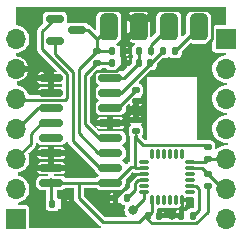
<source format=gbr>
%TF.GenerationSoftware,KiCad,Pcbnew,7.0.10*%
%TF.CreationDate,2024-01-21T16:50:34+01:00*%
%TF.ProjectId,powermeter,706f7765-726d-4657-9465-722e6b696361,rev?*%
%TF.SameCoordinates,Original*%
%TF.FileFunction,Copper,L1,Top*%
%TF.FilePolarity,Positive*%
%FSLAX46Y46*%
G04 Gerber Fmt 4.6, Leading zero omitted, Abs format (unit mm)*
G04 Created by KiCad (PCBNEW 7.0.10) date 2024-01-21 16:50:34*
%MOMM*%
%LPD*%
G01*
G04 APERTURE LIST*
G04 Aperture macros list*
%AMRoundRect*
0 Rectangle with rounded corners*
0 $1 Rounding radius*
0 $2 $3 $4 $5 $6 $7 $8 $9 X,Y pos of 4 corners*
0 Add a 4 corners polygon primitive as box body*
4,1,4,$2,$3,$4,$5,$6,$7,$8,$9,$2,$3,0*
0 Add four circle primitives for the rounded corners*
1,1,$1+$1,$2,$3*
1,1,$1+$1,$4,$5*
1,1,$1+$1,$6,$7*
1,1,$1+$1,$8,$9*
0 Add four rect primitives between the rounded corners*
20,1,$1+$1,$2,$3,$4,$5,0*
20,1,$1+$1,$4,$5,$6,$7,0*
20,1,$1+$1,$6,$7,$8,$9,0*
20,1,$1+$1,$8,$9,$2,$3,0*%
G04 Aperture macros list end*
%TA.AperFunction,SMDPad,CuDef*%
%ADD10RoundRect,0.135000X-0.185000X0.135000X-0.185000X-0.135000X0.185000X-0.135000X0.185000X0.135000X0*%
%TD*%
%TA.AperFunction,SMDPad,CuDef*%
%ADD11RoundRect,0.135000X-0.135000X-0.185000X0.135000X-0.185000X0.135000X0.185000X-0.135000X0.185000X0*%
%TD*%
%TA.AperFunction,SMDPad,CuDef*%
%ADD12RoundRect,0.140000X-0.140000X-0.170000X0.140000X-0.170000X0.140000X0.170000X-0.140000X0.170000X0*%
%TD*%
%TA.AperFunction,SMDPad,CuDef*%
%ADD13RoundRect,0.140000X0.140000X0.170000X-0.140000X0.170000X-0.140000X-0.170000X0.140000X-0.170000X0*%
%TD*%
%TA.AperFunction,SMDPad,CuDef*%
%ADD14RoundRect,0.150000X-0.587500X-0.150000X0.587500X-0.150000X0.587500X0.150000X-0.587500X0.150000X0*%
%TD*%
%TA.AperFunction,ComponentPad*%
%ADD15R,1.700000X1.700000*%
%TD*%
%TA.AperFunction,ComponentPad*%
%ADD16O,1.700000X1.700000*%
%TD*%
%TA.AperFunction,SMDPad,CuDef*%
%ADD17RoundRect,0.140000X0.170000X-0.140000X0.170000X0.140000X-0.170000X0.140000X-0.170000X-0.140000X0*%
%TD*%
%TA.AperFunction,SMDPad,CuDef*%
%ADD18RoundRect,0.381000X0.381000X-0.762000X0.381000X0.762000X-0.381000X0.762000X-0.381000X-0.762000X0*%
%TD*%
%TA.AperFunction,SMDPad,CuDef*%
%ADD19RoundRect,0.140000X-0.170000X0.140000X-0.170000X-0.140000X0.170000X-0.140000X0.170000X0.140000X0*%
%TD*%
%TA.AperFunction,SMDPad,CuDef*%
%ADD20RoundRect,0.135000X0.185000X-0.135000X0.185000X0.135000X-0.185000X0.135000X-0.185000X-0.135000X0*%
%TD*%
%TA.AperFunction,SMDPad,CuDef*%
%ADD21RoundRect,0.150000X0.850000X0.150000X-0.850000X0.150000X-0.850000X-0.150000X0.850000X-0.150000X0*%
%TD*%
%TA.AperFunction,SMDPad,CuDef*%
%ADD22RoundRect,0.075000X-0.075000X0.350000X-0.075000X-0.350000X0.075000X-0.350000X0.075000X0.350000X0*%
%TD*%
%TA.AperFunction,SMDPad,CuDef*%
%ADD23RoundRect,0.075000X-0.350000X-0.075000X0.350000X-0.075000X0.350000X0.075000X-0.350000X0.075000X0*%
%TD*%
%TA.AperFunction,ViaPad*%
%ADD24C,0.800000*%
%TD*%
%TA.AperFunction,Conductor*%
%ADD25C,0.250000*%
%TD*%
G04 APERTURE END LIST*
D10*
%TO.P,R2,1*%
%TO.N,Net-(J1-Pin_1)*%
X58674000Y-44704000D03*
%TO.P,R2,2*%
%TO.N,Net-(U2-VFB)*%
X58674000Y-45724000D03*
%TD*%
D11*
%TO.P,R3,1*%
%TO.N,Net-(U2-VFB)*%
X59942000Y-45720000D03*
%TO.P,R3,2*%
%TO.N,GND*%
X60962000Y-45720000D03*
%TD*%
D12*
%TO.P,C8,1*%
%TO.N,+3.3V*%
X63020000Y-58674000D03*
%TO.P,C8,2*%
%TO.N,GND*%
X63980000Y-58674000D03*
%TD*%
D13*
%TO.P,C5,1*%
%TO.N,Net-(U3-CPOUT)*%
X66802000Y-58646000D03*
%TO.P,C5,2*%
%TO.N,GND*%
X65842000Y-58646000D03*
%TD*%
D14*
%TO.P,Q1,1,E*%
%TO.N,+3.3V*%
X55118000Y-41976000D03*
%TO.P,Q1,2,B*%
%TO.N,Net-(Q1-B)*%
X55118000Y-43876000D03*
%TO.P,Q1,3,C*%
%TO.N,Net-(J1-Pin_1)*%
X56993000Y-42926000D03*
%TD*%
D12*
%TO.P,C4,1*%
%TO.N,Net-(J1-Pin_1)*%
X59944000Y-44704000D03*
%TO.P,C4,2*%
%TO.N,GND*%
X60904000Y-44704000D03*
%TD*%
D10*
%TO.P,R4,1*%
%TO.N,+3.3V*%
X68072000Y-52832000D03*
%TO.P,R4,2*%
%TO.N,/SDA*%
X68072000Y-53852000D03*
%TD*%
D15*
%TO.P,J3,1,Pin_1*%
%TO.N,Net-(J3-Pin_1)*%
X51816000Y-58928000D03*
D16*
%TO.P,J3,2,Pin_2*%
%TO.N,Net-(J3-Pin_2)*%
X51816000Y-56388000D03*
%TO.P,J3,3,Pin_3*%
%TO.N,/HX_DATA*%
X51816000Y-53848000D03*
%TO.P,J3,4,Pin_4*%
%TO.N,/HX_CLK*%
X51816000Y-51308000D03*
%TO.P,J3,5,Pin_5*%
%TO.N,+3.3V*%
X51816000Y-48768000D03*
%TO.P,J3,6,Pin_6*%
%TO.N,GND*%
X51816000Y-46228000D03*
%TO.P,J3,7,Pin_7*%
%TO.N,/5V*%
X51816000Y-43688000D03*
%TD*%
D11*
%TO.P,R1,1*%
%TO.N,Net-(U2-INA+)*%
X62230000Y-44704000D03*
%TO.P,R1,2*%
%TO.N,Net-(J1-Pin_3)*%
X63250000Y-44704000D03*
%TD*%
D17*
%TO.P,C7,1*%
%TO.N,+3.3V*%
X61976000Y-51521000D03*
%TO.P,C7,2*%
%TO.N,GND*%
X61976000Y-50561000D03*
%TD*%
D18*
%TO.P,J1,1,Pin_1*%
%TO.N,Net-(J1-Pin_1)*%
X59690000Y-42672000D03*
%TO.P,J1,2,Pin_2*%
%TO.N,GND*%
X62230000Y-42672000D03*
%TO.P,J1,3,Pin_3*%
%TO.N,Net-(J1-Pin_3)*%
X64770000Y-42672000D03*
%TO.P,J1,4,Pin_4*%
%TO.N,Net-(J1-Pin_4)*%
X67310000Y-42672000D03*
%TD*%
D12*
%TO.P,C3,1*%
%TO.N,+3.3V*%
X54920000Y-57658000D03*
%TO.P,C3,2*%
%TO.N,GND*%
X55880000Y-57658000D03*
%TD*%
D19*
%TO.P,C2,1*%
%TO.N,Net-(U2-VBG)*%
X61976000Y-48006000D03*
%TO.P,C2,2*%
%TO.N,GND*%
X61976000Y-48966000D03*
%TD*%
D20*
%TO.P,R5,1*%
%TO.N,+3.3V*%
X68072000Y-56134000D03*
%TO.P,R5,2*%
%TO.N,/SCL*%
X68072000Y-55114000D03*
%TD*%
D21*
%TO.P,U2,1,VSUP*%
%TO.N,+3.3V*%
X59827000Y-55880000D03*
%TO.P,U2,2,BASE*%
%TO.N,Net-(Q1-B)*%
X59827000Y-54610000D03*
%TO.P,U2,3,AVDD*%
%TO.N,Net-(J1-Pin_1)*%
X59827000Y-53340000D03*
%TO.P,U2,4,VFB*%
%TO.N,Net-(U2-VFB)*%
X59827000Y-52070000D03*
%TO.P,U2,5,AGND*%
%TO.N,GND*%
X59827000Y-50800000D03*
%TO.P,U2,6,VBG*%
%TO.N,Net-(U2-VBG)*%
X59827000Y-49530000D03*
%TO.P,U2,7,INA-*%
%TO.N,Net-(U2-INA-)*%
X59827000Y-48260000D03*
%TO.P,U2,8,INA+*%
%TO.N,Net-(U2-INA+)*%
X59827000Y-46990000D03*
%TO.P,U2,9,INB-*%
%TO.N,GND*%
X54827000Y-46990000D03*
%TO.P,U2,10,INB+*%
X54827000Y-48260000D03*
%TO.P,U2,11,PD_SCK*%
%TO.N,/HX_CLK*%
X54827000Y-49530000D03*
%TO.P,U2,12,DOUT*%
%TO.N,/HX_DATA*%
X54827000Y-50800000D03*
%TO.P,U2,13,XO*%
%TO.N,unconnected-(U2-XO-Pad13)*%
X54827000Y-52070000D03*
%TO.P,U2,14,XI*%
%TO.N,GND*%
X54827000Y-53340000D03*
%TO.P,U2,15,RATE*%
X54827000Y-54610000D03*
%TO.P,U2,16,DVDD*%
%TO.N,+3.3V*%
X54827000Y-55880000D03*
%TD*%
D11*
%TO.P,R6,1*%
%TO.N,Net-(U2-INA-)*%
X64262000Y-44704000D03*
%TO.P,R6,2*%
%TO.N,Net-(J1-Pin_4)*%
X65282000Y-44704000D03*
%TD*%
D13*
%TO.P,C6,1*%
%TO.N,Net-(U3-REGOUT)*%
X61214000Y-57150000D03*
%TO.P,C6,2*%
%TO.N,GND*%
X60254000Y-57150000D03*
%TD*%
D22*
%TO.P,U3,1,CLKIN*%
%TO.N,unconnected-(U3-CLKIN-Pad1)*%
X65848000Y-53410000D03*
%TO.P,U3,2,NC*%
%TO.N,unconnected-(U3-NC-Pad2)*%
X65348000Y-53410000D03*
%TO.P,U3,3,NC*%
%TO.N,unconnected-(U3-NC-Pad3)*%
X64848000Y-53410000D03*
%TO.P,U3,4,NC*%
%TO.N,unconnected-(U3-NC-Pad4)*%
X64348000Y-53410000D03*
%TO.P,U3,5,NC*%
%TO.N,unconnected-(U3-NC-Pad5)*%
X63848000Y-53410000D03*
%TO.P,U3,6,AUX_DA*%
%TO.N,unconnected-(U3-AUX_DA-Pad6)*%
X63348000Y-53410000D03*
D23*
%TO.P,U3,7,AUX_CL*%
%TO.N,unconnected-(U3-AUX_CL-Pad7)*%
X62648000Y-54110000D03*
%TO.P,U3,8,VLOGIC*%
%TO.N,+3.3V*%
X62648000Y-54610000D03*
%TO.P,U3,9,AD0*%
%TO.N,GND*%
X62648000Y-55110000D03*
%TO.P,U3,10,REGOUT*%
%TO.N,Net-(U3-REGOUT)*%
X62648000Y-55610000D03*
%TO.P,U3,11,FSYNC*%
%TO.N,unconnected-(U3-FSYNC-Pad11)*%
X62648000Y-56110000D03*
%TO.P,U3,12,INT*%
%TO.N,/MPU_INT*%
X62648000Y-56610000D03*
D22*
%TO.P,U3,13,VDD*%
%TO.N,+3.3V*%
X63348000Y-57310000D03*
%TO.P,U3,14,NC*%
%TO.N,unconnected-(U3-NC-Pad14)*%
X63848000Y-57310000D03*
%TO.P,U3,15,NC*%
%TO.N,unconnected-(U3-NC-Pad15)*%
X64348000Y-57310000D03*
%TO.P,U3,16,NC*%
%TO.N,unconnected-(U3-NC-Pad16)*%
X64848000Y-57310000D03*
%TO.P,U3,17,NC*%
%TO.N,unconnected-(U3-NC-Pad17)*%
X65348000Y-57310000D03*
%TO.P,U3,18,GND*%
%TO.N,GND*%
X65848000Y-57310000D03*
D23*
%TO.P,U3,19,RESV*%
%TO.N,unconnected-(U3-RESV-Pad19)*%
X66548000Y-56610000D03*
%TO.P,U3,20,CPOUT*%
%TO.N,Net-(U3-CPOUT)*%
X66548000Y-56110000D03*
%TO.P,U3,21,RESV*%
%TO.N,unconnected-(U3-RESV-Pad21)*%
X66548000Y-55610000D03*
%TO.P,U3,22,RESV*%
%TO.N,unconnected-(U3-RESV-Pad22)*%
X66548000Y-55110000D03*
%TO.P,U3,23,SCL*%
%TO.N,/SCL*%
X66548000Y-54610000D03*
%TO.P,U3,24,SDA*%
%TO.N,/SDA*%
X66548000Y-54110000D03*
%TD*%
D12*
%TO.P,C1,1*%
%TO.N,Net-(U2-INA+)*%
X62230000Y-45720000D03*
%TO.P,C1,2*%
%TO.N,Net-(U2-INA-)*%
X63190000Y-45720000D03*
%TD*%
D15*
%TO.P,J2,1,Pin_1*%
%TO.N,Net-(J2-Pin_1)*%
X69596000Y-43688000D03*
D16*
%TO.P,J2,2,Pin_2*%
%TO.N,Net-(J2-Pin_2)*%
X69596000Y-46228000D03*
%TO.P,J2,3,Pin_3*%
%TO.N,Net-(J2-Pin_3)*%
X69596000Y-48768000D03*
%TO.P,J2,4,Pin_4*%
%TO.N,Net-(J2-Pin_4)*%
X69596000Y-51308000D03*
%TO.P,J2,5,Pin_5*%
%TO.N,/SDA*%
X69596000Y-53848000D03*
%TO.P,J2,6,Pin_6*%
%TO.N,/SCL*%
X69596000Y-56388000D03*
%TO.P,J2,7,Pin_7*%
%TO.N,/MPU_INT*%
X69596000Y-58928000D03*
%TD*%
D24*
%TO.N,GND*%
X65024000Y-58584500D03*
X56896000Y-54610000D03*
X68834000Y-41910000D03*
X53086000Y-41656000D03*
X54864000Y-46990000D03*
X56642000Y-58420000D03*
X66548000Y-45212000D03*
X61722000Y-49728000D03*
X58674000Y-57150000D03*
%TO.N,+3.3V*%
X54827000Y-55880000D03*
%TO.N,/MPU_INT*%
X61722000Y-58203000D03*
%TD*%
D25*
%TO.N,Net-(U2-INA+)*%
X62230000Y-45720000D02*
X60960000Y-46990000D01*
X60960000Y-46990000D02*
X59827000Y-46990000D01*
X62230000Y-44704000D02*
X62230000Y-45720000D01*
%TO.N,Net-(J1-Pin_4)*%
X65282000Y-44700000D02*
X67310000Y-42672000D01*
X65282000Y-44704000D02*
X65282000Y-44700000D01*
%TO.N,Net-(U2-VBG)*%
X61976000Y-48006000D02*
X61964510Y-48006000D01*
X60440510Y-49530000D02*
X59827000Y-49530000D01*
X61964510Y-48006000D02*
X60440510Y-49530000D01*
%TO.N,GND*%
X63980000Y-58674000D02*
X64934500Y-58674000D01*
X65848000Y-58640000D02*
X65842000Y-58646000D01*
X66911434Y-45212000D02*
X66548000Y-45212000D01*
X58674000Y-57150000D02*
X60254000Y-57150000D01*
X54827000Y-46990000D02*
X54864000Y-46990000D01*
X61722000Y-49728000D02*
X60650000Y-50800000D01*
X60962000Y-45720000D02*
X60962000Y-44762000D01*
X65842000Y-58646000D02*
X65085500Y-58646000D01*
X65085500Y-58646000D02*
X65024000Y-58584500D01*
X53086000Y-41656000D02*
X53086000Y-44958000D01*
X60317000Y-46365000D02*
X58669396Y-46365000D01*
X58420000Y-50546000D02*
X58674000Y-50800000D01*
X61976000Y-49474000D02*
X61722000Y-49728000D01*
X60762000Y-41204000D02*
X67983434Y-41204000D01*
X60650000Y-50800000D02*
X59827000Y-50800000D01*
X56134000Y-53340000D02*
X54827000Y-53340000D01*
X53594000Y-46228000D02*
X54065000Y-46228000D01*
X56896000Y-54102000D02*
X56134000Y-53340000D01*
X60962000Y-45720000D02*
X60317000Y-46365000D01*
X53086000Y-44958000D02*
X53594000Y-45466000D01*
X61722000Y-49728000D02*
X61722000Y-50012000D01*
X68541566Y-41617566D02*
X68834000Y-41910000D01*
X54827000Y-54610000D02*
X56896000Y-54610000D01*
X68397000Y-43726434D02*
X66911434Y-45212000D01*
X61722000Y-50012000D02*
X61976000Y-50266000D01*
X60962000Y-44762000D02*
X60904000Y-44704000D01*
X58669396Y-46365000D02*
X58420000Y-46614396D01*
X51816000Y-46228000D02*
X53594000Y-46228000D01*
X68397000Y-41617566D02*
X68541566Y-41617566D01*
X62018840Y-55110000D02*
X61152000Y-55976840D01*
X53594000Y-45466000D02*
X53594000Y-46228000D01*
X67983434Y-41204000D02*
X68397000Y-41617566D01*
X56642000Y-58420000D02*
X55880000Y-57658000D01*
X54864000Y-46990000D02*
X54827000Y-48260000D01*
X54065000Y-46228000D02*
X54827000Y-46990000D01*
X53538000Y-41204000D02*
X60762000Y-41204000D01*
X58420000Y-46614396D02*
X58420000Y-50546000D01*
X61152000Y-55976840D02*
X61152000Y-56230908D01*
X65848000Y-57310000D02*
X65848000Y-58640000D01*
X56896000Y-54610000D02*
X56896000Y-54102000D01*
X53086000Y-41656000D02*
X53538000Y-41204000D01*
X58674000Y-50800000D02*
X59827000Y-50800000D01*
X64934500Y-58674000D02*
X65024000Y-58584500D01*
X60254000Y-57128908D02*
X60254000Y-57150000D01*
X62648000Y-55110000D02*
X62018840Y-55110000D01*
X60904000Y-44704000D02*
X60904000Y-43998000D01*
X61152000Y-56230908D02*
X60254000Y-57128908D01*
X61976000Y-48966000D02*
X61976000Y-49474000D01*
X60904000Y-43998000D02*
X62230000Y-42672000D01*
X62230000Y-42672000D02*
X60762000Y-41204000D01*
X68397000Y-41617566D02*
X68397000Y-43726434D01*
%TO.N,+3.3V*%
X54838000Y-55891000D02*
X54827000Y-55880000D01*
X59827000Y-55880000D02*
X60232908Y-55880000D01*
X61898000Y-54532000D02*
X61976000Y-54610000D01*
X56192000Y-48710000D02*
X56192000Y-46668396D01*
X62230000Y-59182000D02*
X59182000Y-59182000D01*
X61898000Y-54532000D02*
X61898000Y-51894000D01*
X68072000Y-58347490D02*
X68072000Y-56134000D01*
X62566000Y-52660000D02*
X61976000Y-52070000D01*
X54838000Y-57658000D02*
X54838000Y-55891000D01*
X54055500Y-43038500D02*
X55118000Y-41976000D01*
X63345001Y-59309000D02*
X67110490Y-59309000D01*
X62738000Y-58674000D02*
X62230000Y-59182000D01*
X67110490Y-59309000D02*
X68072000Y-58347490D01*
X51933000Y-48885000D02*
X56017000Y-48885000D01*
X55118000Y-41976000D02*
X55052000Y-41976000D01*
X61976000Y-54610000D02*
X62648000Y-54610000D01*
X59749510Y-55880000D02*
X59827000Y-55880000D01*
X56192000Y-46668396D02*
X54055500Y-44531896D01*
X61152000Y-54960908D02*
X61152000Y-54926000D01*
X57150000Y-57150000D02*
X57150000Y-55880000D01*
X57150000Y-55880000D02*
X54827000Y-55880000D01*
X54055500Y-44531896D02*
X54055500Y-43038500D01*
X63020000Y-58674000D02*
X63020000Y-58983999D01*
X56017000Y-48885000D02*
X56192000Y-48710000D01*
X59182000Y-59182000D02*
X57150000Y-57150000D01*
X63348000Y-58346000D02*
X63020000Y-58674000D01*
X60232908Y-55880000D02*
X61152000Y-54960908D01*
X63020000Y-58674000D02*
X62738000Y-58674000D01*
X67900000Y-52660000D02*
X62566000Y-52660000D01*
X63348000Y-57310000D02*
X63348000Y-58346000D01*
X63020000Y-58983999D02*
X63345001Y-59309000D01*
X61898000Y-51894000D02*
X61976000Y-51816000D01*
X61546000Y-54532000D02*
X61898000Y-54532000D01*
X54827000Y-57367000D02*
X54864000Y-57404000D01*
X51816000Y-48768000D02*
X51933000Y-48885000D01*
X61152000Y-54926000D02*
X61546000Y-54532000D01*
X61976000Y-52070000D02*
X61976000Y-51816000D01*
X59827000Y-55880000D02*
X57150000Y-55880000D01*
X68072000Y-52832000D02*
X67900000Y-52660000D01*
%TO.N,Net-(J1-Pin_1)*%
X58801000Y-53340000D02*
X57150000Y-51689000D01*
X58674000Y-43688000D02*
X59690000Y-42672000D01*
X58674000Y-44704000D02*
X58674000Y-43688000D01*
X58674000Y-44704000D02*
X59944000Y-44704000D01*
X59827000Y-53340000D02*
X58801000Y-53340000D01*
X57150000Y-46228000D02*
X58674000Y-44704000D01*
X57150000Y-51689000D02*
X57150000Y-46228000D01*
X56993000Y-42926000D02*
X57912000Y-42926000D01*
X57912000Y-42926000D02*
X58674000Y-43688000D01*
%TO.N,Net-(U3-CPOUT)*%
X67040764Y-56110000D02*
X66548000Y-56110000D01*
X66802000Y-58646000D02*
X67298000Y-58150000D01*
X67298000Y-56367236D02*
X67040764Y-56110000D01*
X67298000Y-58150000D02*
X67298000Y-56367236D01*
%TO.N,Net-(U3-REGOUT)*%
X61898000Y-55867236D02*
X62155236Y-55610000D01*
X61898000Y-56466000D02*
X61898000Y-55867236D01*
X61214000Y-57150000D02*
X61898000Y-56466000D01*
X62155236Y-55610000D02*
X62648000Y-55610000D01*
%TO.N,Net-(J1-Pin_3)*%
X63246000Y-44196000D02*
X63246000Y-44958000D01*
X64770000Y-42672000D02*
X63246000Y-44196000D01*
%TO.N,Net-(Q1-B)*%
X56642000Y-46482000D02*
X56642000Y-52324000D01*
X55118000Y-43876000D02*
X55118000Y-44958000D01*
X58928000Y-54610000D02*
X59827000Y-54610000D01*
X56642000Y-52324000D02*
X58928000Y-54610000D01*
X55118000Y-44958000D02*
X56642000Y-46482000D01*
%TO.N,Net-(U2-VFB)*%
X58674000Y-45724000D02*
X57658000Y-46740000D01*
X57658000Y-46740000D02*
X57658000Y-50900999D01*
X59938000Y-45724000D02*
X59942000Y-45720000D01*
X57658000Y-50900999D02*
X58827001Y-52070000D01*
X58674000Y-45724000D02*
X59938000Y-45724000D01*
X58827001Y-52070000D02*
X59827000Y-52070000D01*
%TO.N,/SCL*%
X68072000Y-55114000D02*
X69327195Y-56369195D01*
X66548000Y-54610000D02*
X67568000Y-54610000D01*
X69327195Y-56369195D02*
X69327853Y-56394876D01*
X67568000Y-54610000D02*
X68072000Y-55114000D01*
%TO.N,/SDA*%
X69258224Y-53852000D02*
X69262768Y-53856544D01*
X67814000Y-54110000D02*
X68072000Y-53852000D01*
X68072000Y-53852000D02*
X69258224Y-53852000D01*
X66548000Y-54110000D02*
X67814000Y-54110000D01*
%TO.N,/MPU_INT*%
X61722000Y-58203000D02*
X62648000Y-57277000D01*
X62648000Y-57277000D02*
X62648000Y-56610000D01*
%TO.N,/HX_CLK*%
X54827000Y-49530000D02*
X53719000Y-49530000D01*
X53719000Y-49530000D02*
X51941000Y-51308000D01*
%TO.N,/HX_DATA*%
X53086000Y-52578000D02*
X51941000Y-53723000D01*
X53985701Y-50800000D02*
X53086000Y-51699701D01*
X53086000Y-51699701D02*
X53086000Y-52578000D01*
X54827000Y-50800000D02*
X53985701Y-50800000D01*
X51941000Y-53723000D02*
X51941000Y-53848000D01*
%TO.N,Net-(U2-INA-)*%
X63246000Y-45720000D02*
X63190000Y-45720000D01*
X64262000Y-44704000D02*
X63246000Y-45720000D01*
X63190000Y-45776000D02*
X60706000Y-48260000D01*
X63190000Y-45720000D02*
X63190000Y-45776000D01*
X60706000Y-48260000D02*
X59827000Y-48260000D01*
%TD*%
%TA.AperFunction,Conductor*%
%TO.N,GND*%
G36*
X56211807Y-52378647D02*
G01*
X56214391Y-52386906D01*
X56214980Y-52386715D01*
X56225456Y-52418956D01*
X56227745Y-52428492D01*
X56232279Y-52457120D01*
X56232282Y-52457130D01*
X56245441Y-52482955D01*
X56249194Y-52492015D01*
X56255235Y-52510607D01*
X56258151Y-52519581D01*
X56274549Y-52542151D01*
X56275187Y-52543028D01*
X56280312Y-52551392D01*
X56293472Y-52577220D01*
X56317446Y-52601194D01*
X57419135Y-53702883D01*
X58510154Y-54793901D01*
X58528187Y-54832258D01*
X58529353Y-54844697D01*
X58529354Y-54844701D01*
X58574207Y-54972882D01*
X58574207Y-54972883D01*
X58597414Y-55004327D01*
X58654850Y-55082150D01*
X58715926Y-55127226D01*
X58764116Y-55162792D01*
X58764117Y-55162792D01*
X58764118Y-55162793D01*
X58808003Y-55178149D01*
X58830460Y-55186007D01*
X58866128Y-55217882D01*
X58868810Y-55265643D01*
X58836935Y-55301311D01*
X58830460Y-55303993D01*
X58764116Y-55327207D01*
X58654850Y-55407849D01*
X58647532Y-55417766D01*
X58639156Y-55429113D01*
X58598186Y-55453802D01*
X58588870Y-55454500D01*
X57188409Y-55454500D01*
X57178633Y-55453731D01*
X57150000Y-55449196D01*
X57121366Y-55453731D01*
X57111591Y-55454500D01*
X56065130Y-55454500D01*
X56020936Y-55436194D01*
X56014846Y-55429118D01*
X55999150Y-55407850D01*
X55889882Y-55327207D01*
X55761701Y-55282354D01*
X55761696Y-55282353D01*
X55741699Y-55280478D01*
X55731266Y-55279500D01*
X55731262Y-55279500D01*
X55205597Y-55279500D01*
X55176552Y-55272341D01*
X55091763Y-55227840D01*
X55061138Y-55191093D01*
X55065467Y-55143454D01*
X55102214Y-55112829D01*
X55120808Y-55109999D01*
X55710218Y-55109999D01*
X55778246Y-55100088D01*
X55778253Y-55100086D01*
X55883187Y-55048787D01*
X55965787Y-54966187D01*
X56017086Y-54861252D01*
X56017088Y-54861246D01*
X56017270Y-54860000D01*
X53636730Y-54860000D01*
X53636911Y-54861246D01*
X53636913Y-54861252D01*
X53688212Y-54966187D01*
X53770812Y-55048787D01*
X53875750Y-55100087D01*
X53943781Y-55109999D01*
X54533190Y-55109999D01*
X54577384Y-55128305D01*
X54595690Y-55172499D01*
X54577384Y-55216693D01*
X54562236Y-55227840D01*
X54477449Y-55272341D01*
X54448403Y-55279500D01*
X53922734Y-55279500D01*
X53913124Y-55280401D01*
X53892303Y-55282353D01*
X53892298Y-55282354D01*
X53764117Y-55327207D01*
X53764116Y-55327207D01*
X53654850Y-55407850D01*
X53574207Y-55517116D01*
X53574207Y-55517117D01*
X53529354Y-55645298D01*
X53529353Y-55645303D01*
X53526500Y-55675737D01*
X53526500Y-56084262D01*
X53529353Y-56114696D01*
X53529354Y-56114701D01*
X53574207Y-56242882D01*
X53574207Y-56242883D01*
X53589692Y-56263864D01*
X53654850Y-56352150D01*
X53764118Y-56432793D01*
X53892301Y-56477646D01*
X53922734Y-56480500D01*
X54350000Y-56480500D01*
X54394194Y-56498806D01*
X54412500Y-56543000D01*
X54412500Y-57223570D01*
X54400288Y-57260683D01*
X54386148Y-57279841D01*
X54342290Y-57405181D01*
X54342289Y-57405183D01*
X54341898Y-57409357D01*
X54339500Y-57434934D01*
X54339500Y-57881066D01*
X54339514Y-57881211D01*
X54342289Y-57910816D01*
X54342289Y-57910817D01*
X54342290Y-57910819D01*
X54344576Y-57917352D01*
X54386148Y-58036158D01*
X54405332Y-58062151D01*
X54465001Y-58142999D01*
X54535045Y-58194694D01*
X54571841Y-58221851D01*
X54571842Y-58221851D01*
X54571843Y-58221852D01*
X54697181Y-58265710D01*
X54726934Y-58268500D01*
X54726937Y-58268500D01*
X55113063Y-58268500D01*
X55113066Y-58268500D01*
X55142819Y-58265710D01*
X55268157Y-58221852D01*
X55374999Y-58142999D01*
X55416447Y-58086838D01*
X55457417Y-58062151D01*
X55503846Y-58073665D01*
X55510928Y-58079759D01*
X55541975Y-58110807D01*
X55630000Y-58151853D01*
X55630000Y-57908000D01*
X56130000Y-57908000D01*
X56130000Y-58151853D01*
X56218026Y-58110806D01*
X56302806Y-58026026D01*
X56353480Y-57917357D01*
X56353481Y-57917352D01*
X56354713Y-57908000D01*
X56130000Y-57908000D01*
X55630000Y-57908000D01*
X55630000Y-57164145D01*
X56130000Y-57164145D01*
X56130000Y-57408000D01*
X56354713Y-57408000D01*
X56354713Y-57407999D01*
X56353481Y-57398647D01*
X56353480Y-57398642D01*
X56302806Y-57289973D01*
X56218025Y-57205192D01*
X56130000Y-57164145D01*
X55630000Y-57164145D01*
X55541975Y-57205192D01*
X55510927Y-57236240D01*
X55466732Y-57254545D01*
X55422538Y-57236239D01*
X55416446Y-57229159D01*
X55398757Y-57205192D01*
X55374999Y-57173001D01*
X55329401Y-57139348D01*
X55288886Y-57109446D01*
X55264198Y-57068474D01*
X55263500Y-57059159D01*
X55263500Y-56543000D01*
X55281806Y-56498806D01*
X55326000Y-56480500D01*
X55731262Y-56480500D01*
X55731266Y-56480500D01*
X55761699Y-56477646D01*
X55889882Y-56432793D01*
X55999150Y-56352150D01*
X56014843Y-56330886D01*
X56055814Y-56306198D01*
X56065130Y-56305500D01*
X56662000Y-56305500D01*
X56706194Y-56323806D01*
X56724500Y-56368000D01*
X56724500Y-57217395D01*
X56733456Y-57244956D01*
X56735745Y-57254492D01*
X56740279Y-57283120D01*
X56740282Y-57283130D01*
X56753441Y-57308955D01*
X56757194Y-57318015D01*
X56766151Y-57345581D01*
X56783187Y-57369028D01*
X56788312Y-57377392D01*
X56801471Y-57403219D01*
X58833472Y-59435220D01*
X58928778Y-59530527D01*
X58928777Y-59530527D01*
X58954603Y-59543685D01*
X58962968Y-59548811D01*
X58986412Y-59565845D01*
X58986414Y-59565845D01*
X58986419Y-59565849D01*
X58993222Y-59568059D01*
X59029596Y-59599124D01*
X59033351Y-59646812D01*
X59002285Y-59683187D01*
X58973909Y-59690000D01*
X53029000Y-59690000D01*
X52984806Y-59671694D01*
X52966500Y-59627500D01*
X52966499Y-58033136D01*
X52964650Y-58017194D01*
X52963585Y-58008009D01*
X52918206Y-57905235D01*
X52838765Y-57825794D01*
X52735991Y-57780415D01*
X52710865Y-57777500D01*
X52710864Y-57777500D01*
X52105816Y-57777500D01*
X52061622Y-57759194D01*
X52043322Y-57715845D01*
X52043049Y-57695635D01*
X52041338Y-57569048D01*
X52059045Y-57524612D01*
X52092345Y-57506770D01*
X52132198Y-57499321D01*
X52331019Y-57422298D01*
X52512302Y-57310052D01*
X52669872Y-57166407D01*
X52798366Y-56996255D01*
X52893405Y-56805389D01*
X52951756Y-56600310D01*
X52951757Y-56600302D01*
X52971429Y-56388003D01*
X52971429Y-56387996D01*
X52951757Y-56175697D01*
X52951755Y-56175686D01*
X52925742Y-56084262D01*
X52893405Y-55970611D01*
X52798366Y-55779745D01*
X52669872Y-55609593D01*
X52512302Y-55465948D01*
X52512303Y-55465948D01*
X52331022Y-55353703D01*
X52331021Y-55353702D01*
X52139480Y-55279500D01*
X52132198Y-55276679D01*
X52132197Y-55276678D01*
X52132195Y-55276678D01*
X52060368Y-55263251D01*
X52020290Y-55237136D01*
X52009360Y-55202664D01*
X52007100Y-55035445D01*
X52024806Y-54991012D01*
X52058105Y-54973171D01*
X52132198Y-54959321D01*
X52331019Y-54882298D01*
X52512302Y-54770052D01*
X52669872Y-54626407D01*
X52798366Y-54456255D01*
X52846295Y-54360000D01*
X53636730Y-54360000D01*
X54577000Y-54360000D01*
X54577000Y-54110000D01*
X55077000Y-54110000D01*
X55077000Y-54360000D01*
X56017269Y-54360000D01*
X56017088Y-54358753D01*
X56017086Y-54358747D01*
X55965787Y-54253812D01*
X55883187Y-54171212D01*
X55778249Y-54119912D01*
X55710218Y-54110000D01*
X55077000Y-54110000D01*
X54577000Y-54110000D01*
X53943782Y-54110000D01*
X53875753Y-54119911D01*
X53875746Y-54119913D01*
X53770812Y-54171212D01*
X53688212Y-54253812D01*
X53636913Y-54358747D01*
X53636911Y-54358753D01*
X53636730Y-54360000D01*
X52846295Y-54360000D01*
X52893405Y-54265389D01*
X52951756Y-54060310D01*
X52962858Y-53940500D01*
X52971429Y-53848003D01*
X52971429Y-53847996D01*
X52951757Y-53635697D01*
X52951755Y-53635686D01*
X52938756Y-53590000D01*
X53636730Y-53590000D01*
X53636911Y-53591246D01*
X53636913Y-53591252D01*
X53688212Y-53696187D01*
X53770812Y-53778787D01*
X53875750Y-53830087D01*
X53943781Y-53839999D01*
X54577000Y-53839999D01*
X54577000Y-53590000D01*
X55077000Y-53590000D01*
X55077000Y-53839999D01*
X55710218Y-53839999D01*
X55778246Y-53830088D01*
X55778253Y-53830086D01*
X55883187Y-53778787D01*
X55965787Y-53696187D01*
X56017086Y-53591252D01*
X56017088Y-53591246D01*
X56017270Y-53590000D01*
X55077000Y-53590000D01*
X54577000Y-53590000D01*
X53636730Y-53590000D01*
X52938756Y-53590000D01*
X52925742Y-53544262D01*
X52893405Y-53430611D01*
X52893403Y-53430606D01*
X52892362Y-53427918D01*
X52893761Y-53427375D01*
X52890767Y-53384246D01*
X52905831Y-53359915D01*
X53175747Y-53090000D01*
X53636730Y-53090000D01*
X54577000Y-53090000D01*
X54577000Y-52840000D01*
X55077000Y-52840000D01*
X55077000Y-53090000D01*
X56017269Y-53090000D01*
X56017088Y-53088753D01*
X56017086Y-53088747D01*
X55965787Y-52983812D01*
X55883187Y-52901212D01*
X55778249Y-52849912D01*
X55710218Y-52840000D01*
X55077000Y-52840000D01*
X54577000Y-52840000D01*
X53943782Y-52840000D01*
X53875753Y-52849911D01*
X53875746Y-52849913D01*
X53770812Y-52901212D01*
X53688212Y-52983812D01*
X53636913Y-53088747D01*
X53636911Y-53088753D01*
X53636730Y-53090000D01*
X53175747Y-53090000D01*
X53410554Y-52855194D01*
X53434528Y-52831220D01*
X53447694Y-52805377D01*
X53452801Y-52797043D01*
X53469850Y-52773580D01*
X53478810Y-52746000D01*
X53482555Y-52736960D01*
X53495719Y-52711126D01*
X53500253Y-52682489D01*
X53502539Y-52672967D01*
X53511500Y-52645393D01*
X53511500Y-52537852D01*
X53529806Y-52493658D01*
X53574000Y-52475352D01*
X53618194Y-52493658D01*
X53624279Y-52500727D01*
X53654850Y-52542150D01*
X53764118Y-52622793D01*
X53892301Y-52667646D01*
X53922734Y-52670500D01*
X53922738Y-52670500D01*
X55731262Y-52670500D01*
X55731266Y-52670500D01*
X55761699Y-52667646D01*
X55889882Y-52622793D01*
X55999150Y-52542150D01*
X56079793Y-52432882D01*
X56096504Y-52385122D01*
X56128379Y-52349455D01*
X56176139Y-52346772D01*
X56211807Y-52378647D01*
G37*
%TD.AperFunction*%
%TA.AperFunction,Conductor*%
G36*
X66854194Y-57078806D02*
G01*
X66872500Y-57123000D01*
X66872500Y-57947864D01*
X66854194Y-57992058D01*
X66829058Y-58017194D01*
X66784864Y-58035500D01*
X66608934Y-58035500D01*
X66601928Y-58036157D01*
X66579183Y-58038289D01*
X66579181Y-58038290D01*
X66453841Y-58082148D01*
X66347000Y-58161001D01*
X66305553Y-58217160D01*
X66264581Y-58241848D01*
X66218152Y-58230333D01*
X66211071Y-58224240D01*
X66180023Y-58193191D01*
X66092000Y-58152145D01*
X66092000Y-58821000D01*
X66073694Y-58865194D01*
X66029500Y-58883500D01*
X63792500Y-58883500D01*
X63748306Y-58865194D01*
X63730000Y-58821000D01*
X63730000Y-58557171D01*
X63733058Y-58537860D01*
X63740805Y-58514014D01*
X63744561Y-58504947D01*
X63756960Y-58480616D01*
X63757719Y-58479126D01*
X63762253Y-58450488D01*
X63764540Y-58440963D01*
X63773500Y-58413393D01*
X63773500Y-58278607D01*
X63773500Y-58180145D01*
X64230000Y-58180145D01*
X64230000Y-58424000D01*
X64454713Y-58424000D01*
X64454713Y-58423999D01*
X64453481Y-58414647D01*
X64453480Y-58414642D01*
X64444786Y-58395999D01*
X65367286Y-58395999D01*
X65367287Y-58396000D01*
X65592000Y-58396000D01*
X65592000Y-58152145D01*
X65503974Y-58193192D01*
X65503974Y-58193193D01*
X65419193Y-58277973D01*
X65368519Y-58386642D01*
X65368518Y-58386647D01*
X65367286Y-58395999D01*
X64444786Y-58395999D01*
X64402806Y-58305973D01*
X64318025Y-58221192D01*
X64230000Y-58180145D01*
X63773500Y-58180145D01*
X63773500Y-58098000D01*
X63791806Y-58053806D01*
X63836000Y-58035500D01*
X63958636Y-58035500D01*
X64031625Y-58024866D01*
X64070551Y-58005835D01*
X64118293Y-58002871D01*
X64125436Y-58005830D01*
X64164375Y-58024866D01*
X64237364Y-58035500D01*
X64458636Y-58035500D01*
X64531625Y-58024866D01*
X64570551Y-58005835D01*
X64618293Y-58002871D01*
X64625436Y-58005830D01*
X64664375Y-58024866D01*
X64737364Y-58035500D01*
X64958636Y-58035500D01*
X65031625Y-58024866D01*
X65070551Y-58005835D01*
X65118293Y-58002871D01*
X65125436Y-58005830D01*
X65164375Y-58024866D01*
X65237364Y-58035500D01*
X65458636Y-58035500D01*
X65531625Y-58024866D01*
X65644211Y-57969826D01*
X65666509Y-57947527D01*
X65675822Y-57943669D01*
X65708327Y-57916993D01*
X65716306Y-57897731D01*
X65720335Y-57893702D01*
X65732826Y-57881211D01*
X65787866Y-57768625D01*
X65798500Y-57695636D01*
X65798500Y-57460000D01*
X65998000Y-57460000D01*
X65998000Y-57925468D01*
X66030300Y-57919044D01*
X66121264Y-57858264D01*
X66182044Y-57767301D01*
X66182045Y-57767299D01*
X66197999Y-57687088D01*
X66198000Y-57687088D01*
X66198000Y-57460000D01*
X65998000Y-57460000D01*
X65798500Y-57460000D01*
X65798500Y-57222500D01*
X65816806Y-57178306D01*
X65861000Y-57160000D01*
X66198000Y-57160000D01*
X66198000Y-57123000D01*
X66216306Y-57078806D01*
X66260500Y-57060500D01*
X66810000Y-57060500D01*
X66854194Y-57078806D01*
G37*
%TD.AperFunction*%
%TA.AperFunction,Conductor*%
G36*
X61768857Y-54985450D02*
G01*
X61780419Y-54993850D01*
X61807990Y-55002807D01*
X61817049Y-55006560D01*
X61842874Y-55019719D01*
X61871507Y-55024253D01*
X61881032Y-55026540D01*
X61908607Y-55035500D01*
X61942512Y-55035500D01*
X62145530Y-55035500D01*
X62172980Y-55041851D01*
X62189375Y-55049866D01*
X62189379Y-55049866D01*
X62190736Y-55050286D01*
X62191456Y-55050883D01*
X62193736Y-55051998D01*
X62193465Y-55052550D01*
X62227555Y-55080825D01*
X62231996Y-55128454D01*
X62201457Y-55165273D01*
X62190736Y-55169714D01*
X62189371Y-55170135D01*
X62172980Y-55178149D01*
X62145530Y-55184500D01*
X62087842Y-55184500D01*
X62060273Y-55193457D01*
X62050738Y-55195746D01*
X62022113Y-55200279D01*
X62022105Y-55200282D01*
X61996285Y-55213438D01*
X61987227Y-55217190D01*
X61959658Y-55226148D01*
X61959657Y-55226148D01*
X61936197Y-55243192D01*
X61927840Y-55248313D01*
X61902014Y-55261473D01*
X61549470Y-55614017D01*
X61549470Y-55614018D01*
X61536310Y-55639845D01*
X61531187Y-55648206D01*
X61514151Y-55671654D01*
X61505193Y-55699223D01*
X61501441Y-55708281D01*
X61488280Y-55734111D01*
X61488280Y-55734113D01*
X61483745Y-55762743D01*
X61481456Y-55772276D01*
X61472500Y-55799841D01*
X61472500Y-56263864D01*
X61454194Y-56308058D01*
X61241058Y-56521194D01*
X61196864Y-56539500D01*
X61020934Y-56539500D01*
X61013284Y-56540217D01*
X60991183Y-56542289D01*
X60991181Y-56542290D01*
X60865841Y-56586148D01*
X60759000Y-56665001D01*
X60717553Y-56721160D01*
X60676581Y-56745848D01*
X60630152Y-56734333D01*
X60623071Y-56728240D01*
X60592023Y-56697191D01*
X60504000Y-56656145D01*
X60504000Y-57643853D01*
X60592026Y-57602806D01*
X60623071Y-57571760D01*
X60667264Y-57553453D01*
X60711459Y-57571758D01*
X60717553Y-57578839D01*
X60759001Y-57634999D01*
X60829579Y-57687088D01*
X60865841Y-57713851D01*
X60865842Y-57713851D01*
X60865843Y-57713852D01*
X60991181Y-57757710D01*
X61020934Y-57760500D01*
X61057180Y-57760500D01*
X61101374Y-57778806D01*
X61119680Y-57823000D01*
X61108617Y-57858504D01*
X61097181Y-57875071D01*
X61036859Y-58034129D01*
X61036858Y-58034135D01*
X61016355Y-58202996D01*
X61016355Y-58203003D01*
X61036858Y-58371864D01*
X61036859Y-58371870D01*
X61097182Y-58530931D01*
X61185234Y-58658496D01*
X61195274Y-58705266D01*
X61169302Y-58745436D01*
X61133798Y-58756500D01*
X59384136Y-58756500D01*
X59339942Y-58738194D01*
X58001748Y-57400000D01*
X59779287Y-57400000D01*
X59780518Y-57409352D01*
X59780519Y-57409357D01*
X59831193Y-57518026D01*
X59915973Y-57602806D01*
X60004000Y-57643853D01*
X60004000Y-57400000D01*
X59779287Y-57400000D01*
X58001748Y-57400000D01*
X57593806Y-56992058D01*
X57575500Y-56947864D01*
X57575500Y-56899999D01*
X59779286Y-56899999D01*
X59779287Y-56900000D01*
X60004000Y-56900000D01*
X60004000Y-56656145D01*
X59915974Y-56697192D01*
X59915974Y-56697193D01*
X59831193Y-56781973D01*
X59780519Y-56890642D01*
X59780518Y-56890647D01*
X59779286Y-56899999D01*
X57575500Y-56899999D01*
X57575500Y-56368000D01*
X57593806Y-56323806D01*
X57638000Y-56305500D01*
X58588870Y-56305500D01*
X58633064Y-56323806D01*
X58639153Y-56330881D01*
X58654850Y-56352150D01*
X58764118Y-56432793D01*
X58892301Y-56477646D01*
X58922734Y-56480500D01*
X58922738Y-56480500D01*
X60731262Y-56480500D01*
X60731266Y-56480500D01*
X60761699Y-56477646D01*
X60889882Y-56432793D01*
X60999150Y-56352150D01*
X61079793Y-56242882D01*
X61124646Y-56114699D01*
X61127500Y-56084266D01*
X61127500Y-55675734D01*
X61124646Y-55645301D01*
X61124270Y-55644226D01*
X61123285Y-55641410D01*
X61125966Y-55593650D01*
X61138083Y-55576572D01*
X61296890Y-55417766D01*
X61476553Y-55238103D01*
X61500528Y-55214128D01*
X61513688Y-55188300D01*
X61518806Y-55179945D01*
X61535849Y-55156489D01*
X61537271Y-55152111D01*
X61552517Y-55127228D01*
X61687927Y-54991818D01*
X61732120Y-54973513D01*
X61768857Y-54985450D01*
G37*
%TD.AperFunction*%
%TA.AperFunction,Conductor*%
G36*
X68438340Y-43685057D02*
G01*
X68445500Y-43714104D01*
X68445500Y-44582863D01*
X68448415Y-44607992D01*
X68449325Y-44610052D01*
X68493794Y-44710765D01*
X68573235Y-44790206D01*
X68676009Y-44835585D01*
X68701135Y-44838500D01*
X69587644Y-44838499D01*
X69631837Y-44856805D01*
X69650137Y-44900154D01*
X69651678Y-45014155D01*
X69633971Y-45058593D01*
X69590029Y-45077494D01*
X69589184Y-45077500D01*
X69489385Y-45077500D01*
X69279805Y-45116678D01*
X69080978Y-45193702D01*
X69080977Y-45193703D01*
X68899696Y-45305948D01*
X68742126Y-45449595D01*
X68742124Y-45449597D01*
X68613634Y-45619745D01*
X68613631Y-45619749D01*
X68518596Y-45810608D01*
X68460244Y-46015686D01*
X68460242Y-46015697D01*
X68440571Y-46227996D01*
X68440571Y-46228003D01*
X68460242Y-46440302D01*
X68460244Y-46440313D01*
X68482306Y-46517850D01*
X68513396Y-46627118D01*
X68518596Y-46645391D01*
X68613631Y-46836250D01*
X68613632Y-46836252D01*
X68613634Y-46836255D01*
X68742128Y-47006407D01*
X68899697Y-47150051D01*
X68899696Y-47150051D01*
X69080977Y-47262296D01*
X69080978Y-47262297D01*
X69080981Y-47262298D01*
X69279802Y-47339321D01*
X69489390Y-47378500D01*
X69489393Y-47378500D01*
X69621967Y-47378500D01*
X69666161Y-47396806D01*
X69684461Y-47440155D01*
X69686002Y-47554155D01*
X69668295Y-47598593D01*
X69624353Y-47617494D01*
X69623508Y-47617500D01*
X69489385Y-47617500D01*
X69279805Y-47656678D01*
X69279802Y-47656678D01*
X69279802Y-47656679D01*
X69272520Y-47659500D01*
X69080978Y-47733702D01*
X69080977Y-47733703D01*
X68899696Y-47845948D01*
X68742126Y-47989595D01*
X68742124Y-47989597D01*
X68613634Y-48159745D01*
X68613631Y-48159749D01*
X68518596Y-48350608D01*
X68460244Y-48555686D01*
X68460242Y-48555697D01*
X68440571Y-48767996D01*
X68440571Y-48768003D01*
X68460242Y-48980302D01*
X68460244Y-48980313D01*
X68482306Y-49057850D01*
X68513396Y-49167118D01*
X68518596Y-49185391D01*
X68613631Y-49376250D01*
X68613632Y-49376252D01*
X68613634Y-49376255D01*
X68742128Y-49546407D01*
X68899697Y-49690051D01*
X68899696Y-49690051D01*
X69080977Y-49802296D01*
X69080978Y-49802297D01*
X69080981Y-49802298D01*
X69279802Y-49879321D01*
X69489390Y-49918500D01*
X69489393Y-49918500D01*
X69656292Y-49918500D01*
X69700486Y-49936806D01*
X69718786Y-49980156D01*
X69720326Y-50094156D01*
X69702619Y-50138593D01*
X69658676Y-50157494D01*
X69657832Y-50157500D01*
X69489385Y-50157500D01*
X69279805Y-50196678D01*
X69080978Y-50273702D01*
X69080977Y-50273703D01*
X68899696Y-50385948D01*
X68742126Y-50529595D01*
X68742124Y-50529597D01*
X68613634Y-50699745D01*
X68613631Y-50699749D01*
X68518596Y-50890608D01*
X68460244Y-51095686D01*
X68460242Y-51095697D01*
X68440571Y-51307996D01*
X68440571Y-51308003D01*
X68460242Y-51520302D01*
X68460244Y-51520313D01*
X68482306Y-51597850D01*
X68515373Y-51714066D01*
X68518596Y-51725391D01*
X68613631Y-51916250D01*
X68613632Y-51916252D01*
X68613634Y-51916255D01*
X68742128Y-52086407D01*
X68899697Y-52230051D01*
X68899696Y-52230051D01*
X69080977Y-52342296D01*
X69080978Y-52342297D01*
X69105328Y-52351730D01*
X69279802Y-52419321D01*
X69489390Y-52458500D01*
X69489393Y-52458500D01*
X69690615Y-52458500D01*
X69734809Y-52476806D01*
X69753109Y-52520155D01*
X69754650Y-52634155D01*
X69736943Y-52678593D01*
X69693001Y-52697494D01*
X69692156Y-52697500D01*
X69489385Y-52697500D01*
X69279805Y-52736678D01*
X69279802Y-52736678D01*
X69279802Y-52736679D01*
X69272520Y-52739500D01*
X69080978Y-52813702D01*
X69080977Y-52813703D01*
X68899696Y-52925948D01*
X68797105Y-53019473D01*
X68752112Y-53035718D01*
X68708811Y-53015391D01*
X68692499Y-52973287D01*
X68692499Y-52644544D01*
X68692499Y-52644537D01*
X68689741Y-52615121D01*
X68664514Y-52543028D01*
X68646381Y-52491206D01*
X68640291Y-52482955D01*
X68608271Y-52439569D01*
X68568423Y-52385577D01*
X68483930Y-52323218D01*
X68462795Y-52307619D01*
X68367477Y-52274266D01*
X68338879Y-52264259D01*
X68338877Y-52264258D01*
X68338876Y-52264258D01*
X68317731Y-52262275D01*
X68309457Y-52261500D01*
X68309454Y-52261500D01*
X68070149Y-52261500D01*
X68041775Y-52254688D01*
X68033126Y-52250281D01*
X68033121Y-52250280D01*
X68004492Y-52245745D01*
X67994956Y-52243456D01*
X67967395Y-52234500D01*
X67967393Y-52234500D01*
X67933488Y-52234500D01*
X67189763Y-52234500D01*
X67145569Y-52216194D01*
X67127263Y-52172000D01*
X67139200Y-52135262D01*
X67141486Y-52132114D01*
X67141490Y-52132112D01*
X67143602Y-52125609D01*
X67152483Y-52108182D01*
X67156499Y-52102655D01*
X67156498Y-52102655D01*
X67156500Y-52102654D01*
X67156500Y-52037346D01*
X67156500Y-46974083D01*
X67156500Y-46957346D01*
X67156500Y-46957345D01*
X67152481Y-46951814D01*
X67143601Y-46934387D01*
X67141490Y-46927888D01*
X67141488Y-46927887D01*
X67141488Y-46927885D01*
X67135957Y-46923867D01*
X67122131Y-46910041D01*
X67118113Y-46904511D01*
X67118112Y-46904510D01*
X67118111Y-46904509D01*
X67118110Y-46904509D01*
X67111605Y-46902395D01*
X67094184Y-46893518D01*
X67088654Y-46889500D01*
X67071917Y-46889500D01*
X63024654Y-46889500D01*
X62959346Y-46889500D01*
X62959343Y-46889500D01*
X62953808Y-46893522D01*
X62936395Y-46902394D01*
X62929890Y-46904508D01*
X62929888Y-46904509D01*
X62925867Y-46910044D01*
X62912044Y-46923867D01*
X62906509Y-46927888D01*
X62906508Y-46927890D01*
X62904394Y-46934395D01*
X62895522Y-46951808D01*
X62891500Y-46957343D01*
X62891500Y-52102654D01*
X62895518Y-52108184D01*
X62904395Y-52125605D01*
X62906509Y-52132110D01*
X62908800Y-52135264D01*
X62919966Y-52181778D01*
X62894972Y-52222564D01*
X62858236Y-52234500D01*
X62768136Y-52234500D01*
X62723942Y-52216194D01*
X62508690Y-52000942D01*
X62490384Y-51956748D01*
X62502595Y-51919636D01*
X62539852Y-51869157D01*
X62583710Y-51743819D01*
X62586500Y-51714066D01*
X62586500Y-51327934D01*
X62583710Y-51298181D01*
X62539852Y-51172843D01*
X62532501Y-51162883D01*
X62514419Y-51138382D01*
X62460999Y-51066001D01*
X62404839Y-51024553D01*
X62380151Y-50983581D01*
X62391666Y-50937152D01*
X62397760Y-50930071D01*
X62428806Y-50899026D01*
X62469854Y-50811000D01*
X61482146Y-50811000D01*
X61523192Y-50899024D01*
X61554240Y-50930071D01*
X61572546Y-50974265D01*
X61554241Y-51018460D01*
X61547160Y-51024553D01*
X61491001Y-51066000D01*
X61412148Y-51172841D01*
X61368290Y-51298181D01*
X61368289Y-51298183D01*
X61365500Y-51327937D01*
X61365500Y-51714062D01*
X61368289Y-51743816D01*
X61368290Y-51743818D01*
X61412148Y-51869158D01*
X61460287Y-51934383D01*
X61472500Y-51971497D01*
X61472500Y-54059457D01*
X61454194Y-54103651D01*
X61419778Y-54121187D01*
X61412878Y-54122279D01*
X61412875Y-54122280D01*
X61387045Y-54135441D01*
X61377987Y-54139193D01*
X61350417Y-54148151D01*
X61326967Y-54165189D01*
X61318606Y-54170312D01*
X61292781Y-54183470D01*
X61292780Y-54183472D01*
X61197472Y-54278780D01*
X61197471Y-54278781D01*
X61188841Y-54287411D01*
X61188836Y-54287416D01*
X61144640Y-54305719D01*
X61100447Y-54287411D01*
X61085651Y-54263860D01*
X61079793Y-54247118D01*
X61079792Y-54247116D01*
X61023772Y-54171212D01*
X60999150Y-54137850D01*
X60889882Y-54057207D01*
X60823540Y-54033993D01*
X60787871Y-54002118D01*
X60785189Y-53954358D01*
X60817064Y-53918689D01*
X60823540Y-53916007D01*
X60824777Y-53915574D01*
X60889882Y-53892793D01*
X60999150Y-53812150D01*
X61079793Y-53702882D01*
X61124646Y-53574699D01*
X61127500Y-53544266D01*
X61127500Y-53135734D01*
X61124646Y-53105301D01*
X61079793Y-52977118D01*
X61076964Y-52973285D01*
X61023772Y-52901212D01*
X60999150Y-52867850D01*
X60889882Y-52787207D01*
X60823540Y-52763993D01*
X60787871Y-52732118D01*
X60785189Y-52684358D01*
X60817064Y-52648689D01*
X60823540Y-52646007D01*
X60827741Y-52644537D01*
X60889882Y-52622793D01*
X60999150Y-52542150D01*
X61079793Y-52432882D01*
X61124646Y-52304699D01*
X61127500Y-52274266D01*
X61127500Y-51865734D01*
X61124646Y-51835301D01*
X61079793Y-51707118D01*
X60999150Y-51597850D01*
X60889882Y-51517207D01*
X60877150Y-51512752D01*
X60761701Y-51472354D01*
X60761696Y-51472353D01*
X60741699Y-51470478D01*
X60731266Y-51469500D01*
X58922734Y-51469500D01*
X58913827Y-51470335D01*
X58892302Y-51472353D01*
X58884030Y-51475248D01*
X58836270Y-51472563D01*
X58819196Y-51460448D01*
X58696643Y-51337895D01*
X58678337Y-51293701D01*
X58696643Y-51249507D01*
X58740837Y-51231201D01*
X58768287Y-51237552D01*
X58875750Y-51290087D01*
X58943781Y-51299999D01*
X59577000Y-51299999D01*
X59577000Y-51050000D01*
X60077000Y-51050000D01*
X60077000Y-51299999D01*
X60710218Y-51299999D01*
X60778246Y-51290088D01*
X60778253Y-51290086D01*
X60883187Y-51238787D01*
X60965787Y-51156187D01*
X61017086Y-51051252D01*
X61017088Y-51051246D01*
X61017270Y-51050000D01*
X60077000Y-51050000D01*
X59577000Y-51050000D01*
X58636730Y-51050000D01*
X58636911Y-51051246D01*
X58636913Y-51051252D01*
X58689447Y-51158711D01*
X58692412Y-51206455D01*
X58660748Y-51242310D01*
X58613004Y-51245275D01*
X58589104Y-51230355D01*
X58101806Y-50743057D01*
X58083500Y-50698863D01*
X58083500Y-50550000D01*
X58636730Y-50550000D01*
X59577000Y-50550000D01*
X59577000Y-50300000D01*
X60077000Y-50300000D01*
X60077000Y-50550000D01*
X61017269Y-50550000D01*
X61017088Y-50548753D01*
X61017086Y-50548747D01*
X60965787Y-50443812D01*
X60883187Y-50361212D01*
X60780475Y-50311000D01*
X61482146Y-50311000D01*
X61726000Y-50311000D01*
X61726000Y-50086287D01*
X61725999Y-50086286D01*
X62226000Y-50086286D01*
X62226000Y-50311000D01*
X62469853Y-50311000D01*
X62428806Y-50222973D01*
X62344026Y-50138193D01*
X62235357Y-50087519D01*
X62235352Y-50087518D01*
X62226000Y-50086286D01*
X61725999Y-50086286D01*
X61716647Y-50087518D01*
X61716642Y-50087519D01*
X61607973Y-50138193D01*
X61523193Y-50222973D01*
X61482146Y-50311000D01*
X60780475Y-50311000D01*
X60778249Y-50309912D01*
X60710218Y-50300000D01*
X60077000Y-50300000D01*
X59577000Y-50300000D01*
X58943782Y-50300000D01*
X58875753Y-50309911D01*
X58875746Y-50309913D01*
X58770812Y-50361212D01*
X58688212Y-50443812D01*
X58636913Y-50548747D01*
X58636911Y-50548753D01*
X58636730Y-50550000D01*
X58083500Y-50550000D01*
X58083500Y-46942135D01*
X58101805Y-46897942D01*
X58552380Y-46447367D01*
X58572406Y-46439071D01*
X58584366Y-46415380D01*
X58686942Y-46312804D01*
X58731136Y-46294499D01*
X58804105Y-46294499D01*
X58848299Y-46312805D01*
X58866605Y-46356999D01*
X58848299Y-46401193D01*
X58824747Y-46415992D01*
X58764117Y-46437207D01*
X58665675Y-46509860D01*
X58651929Y-46513268D01*
X58646860Y-46528675D01*
X58574207Y-46627117D01*
X58529354Y-46755298D01*
X58529353Y-46755303D01*
X58526500Y-46785737D01*
X58526500Y-47194262D01*
X58529353Y-47224696D01*
X58529354Y-47224701D01*
X58574207Y-47352882D01*
X58574207Y-47352883D01*
X58606624Y-47396806D01*
X58654850Y-47462150D01*
X58717388Y-47508305D01*
X58764116Y-47542792D01*
X58764117Y-47542792D01*
X58764118Y-47542793D01*
X58796589Y-47554155D01*
X58830460Y-47566007D01*
X58866128Y-47597882D01*
X58868810Y-47645643D01*
X58836935Y-47681311D01*
X58830460Y-47683993D01*
X58764116Y-47707207D01*
X58654850Y-47787850D01*
X58574207Y-47897116D01*
X58574207Y-47897117D01*
X58529354Y-48025298D01*
X58529353Y-48025303D01*
X58526500Y-48055737D01*
X58526500Y-48464262D01*
X58529353Y-48494696D01*
X58529354Y-48494701D01*
X58574207Y-48622882D01*
X58574207Y-48622883D01*
X58614528Y-48677516D01*
X58654850Y-48732150D01*
X58728875Y-48786783D01*
X58764116Y-48812792D01*
X58764117Y-48812792D01*
X58764118Y-48812793D01*
X58807440Y-48827952D01*
X58830460Y-48836007D01*
X58866128Y-48867882D01*
X58868810Y-48915643D01*
X58836935Y-48951311D01*
X58830460Y-48953993D01*
X58764116Y-48977207D01*
X58654850Y-49057850D01*
X58574207Y-49167116D01*
X58574207Y-49167117D01*
X58529354Y-49295298D01*
X58529353Y-49295303D01*
X58526500Y-49325737D01*
X58526500Y-49734262D01*
X58529353Y-49764696D01*
X58529354Y-49764701D01*
X58574207Y-49892882D01*
X58574207Y-49892883D01*
X58597035Y-49923813D01*
X58654850Y-50002150D01*
X58764118Y-50082793D01*
X58892301Y-50127646D01*
X58922734Y-50130500D01*
X58922738Y-50130500D01*
X60731262Y-50130500D01*
X60731266Y-50130500D01*
X60761699Y-50127646D01*
X60889882Y-50082793D01*
X60999150Y-50002150D01*
X61079793Y-49892882D01*
X61124646Y-49764699D01*
X61127500Y-49734266D01*
X61127500Y-49470646D01*
X61145806Y-49426452D01*
X61261758Y-49310500D01*
X61378996Y-49193261D01*
X61423189Y-49174956D01*
X61467383Y-49193262D01*
X61479833Y-49211042D01*
X61523193Y-49304026D01*
X61607973Y-49388806D01*
X61716640Y-49439479D01*
X61716644Y-49439480D01*
X61726000Y-49440711D01*
X61726000Y-49216000D01*
X62226000Y-49216000D01*
X62226000Y-49440711D01*
X62235355Y-49439480D01*
X62235359Y-49439479D01*
X62344026Y-49388806D01*
X62428806Y-49304026D01*
X62469854Y-49216000D01*
X62226000Y-49216000D01*
X61726000Y-49216000D01*
X61726000Y-48872146D01*
X61744306Y-48827952D01*
X61837952Y-48734306D01*
X61882146Y-48716000D01*
X62469853Y-48716000D01*
X62428807Y-48627975D01*
X62397759Y-48596928D01*
X62379453Y-48552734D01*
X62397758Y-48508539D01*
X62404829Y-48502453D01*
X62460999Y-48460999D01*
X62539852Y-48354157D01*
X62583710Y-48228819D01*
X62586500Y-48199066D01*
X62586500Y-47812934D01*
X62583710Y-47783181D01*
X62539852Y-47657843D01*
X62538992Y-47656678D01*
X62514419Y-47623382D01*
X62460999Y-47551001D01*
X62403148Y-47508305D01*
X62354158Y-47472148D01*
X62354153Y-47472146D01*
X62256507Y-47437977D01*
X62220839Y-47406102D01*
X62218158Y-47358342D01*
X62232954Y-47334793D01*
X63218942Y-46348806D01*
X63263136Y-46330500D01*
X63383063Y-46330500D01*
X63383066Y-46330500D01*
X63412819Y-46327710D01*
X63538157Y-46283852D01*
X63644999Y-46204999D01*
X63723852Y-46098157D01*
X63767710Y-45972819D01*
X63770500Y-45943066D01*
X63770500Y-45823135D01*
X63788805Y-45778942D01*
X64224942Y-45342804D01*
X64269136Y-45324499D01*
X64449462Y-45324499D01*
X64474675Y-45322135D01*
X64478879Y-45321741D01*
X64602794Y-45278381D01*
X64708423Y-45200423D01*
X64721713Y-45182415D01*
X64762684Y-45157727D01*
X64809113Y-45169241D01*
X64822285Y-45182413D01*
X64831206Y-45194500D01*
X64835577Y-45200423D01*
X64941204Y-45278380D01*
X64941205Y-45278380D01*
X64941206Y-45278381D01*
X65065121Y-45321741D01*
X65094543Y-45324500D01*
X65469456Y-45324499D01*
X65469462Y-45324499D01*
X65494675Y-45322135D01*
X65498879Y-45321741D01*
X65622794Y-45278381D01*
X65728423Y-45200423D01*
X65806381Y-45094794D01*
X65849741Y-44970879D01*
X65852500Y-44941457D01*
X65852499Y-44757134D01*
X65870804Y-44712942D01*
X66535640Y-44048106D01*
X66579833Y-44029801D01*
X66612164Y-44038814D01*
X66647250Y-44060024D01*
X66805254Y-44109260D01*
X66873912Y-44115499D01*
X66873915Y-44115500D01*
X66873922Y-44115500D01*
X67746085Y-44115500D01*
X67746086Y-44115499D01*
X67814746Y-44109260D01*
X67972750Y-44060024D01*
X68114381Y-43974405D01*
X68231405Y-43857381D01*
X68317024Y-43715750D01*
X68323331Y-43695509D01*
X68353953Y-43658764D01*
X68401592Y-43654433D01*
X68438340Y-43685057D01*
G37*
%TD.AperFunction*%
%TA.AperFunction,Conductor*%
G36*
X69579891Y-41012806D02*
G01*
X69598191Y-41056155D01*
X69617353Y-42474155D01*
X69599646Y-42518593D01*
X69555704Y-42537494D01*
X69554859Y-42537500D01*
X68701136Y-42537500D01*
X68676007Y-42540415D01*
X68573233Y-42585795D01*
X68493794Y-42665234D01*
X68492174Y-42668904D01*
X68457577Y-42701938D01*
X68409754Y-42700832D01*
X68376720Y-42666235D01*
X68372500Y-42643658D01*
X68372500Y-41854915D01*
X68372499Y-41854912D01*
X68366260Y-41786259D01*
X68366260Y-41786254D01*
X68317024Y-41628250D01*
X68231405Y-41486619D01*
X68114381Y-41369595D01*
X67972750Y-41283976D01*
X67814750Y-41234741D01*
X67814747Y-41234740D01*
X67814746Y-41234740D01*
X67814744Y-41234739D01*
X67814740Y-41234739D01*
X67746087Y-41228500D01*
X67746078Y-41228500D01*
X66873922Y-41228500D01*
X66873912Y-41228500D01*
X66805259Y-41234739D01*
X66805249Y-41234741D01*
X66647249Y-41283976D01*
X66505618Y-41369595D01*
X66388595Y-41486618D01*
X66302976Y-41628249D01*
X66253741Y-41786249D01*
X66253739Y-41786259D01*
X66247500Y-41854912D01*
X66247500Y-43106864D01*
X66229194Y-43151058D01*
X65939194Y-43441058D01*
X65895000Y-43459364D01*
X65850806Y-43441058D01*
X65832500Y-43396864D01*
X65832500Y-41854915D01*
X65832499Y-41854912D01*
X65826260Y-41786259D01*
X65826260Y-41786254D01*
X65777024Y-41628250D01*
X65691405Y-41486619D01*
X65574381Y-41369595D01*
X65432750Y-41283976D01*
X65274750Y-41234741D01*
X65274747Y-41234740D01*
X65274746Y-41234740D01*
X65274744Y-41234739D01*
X65274740Y-41234739D01*
X65206087Y-41228500D01*
X65206078Y-41228500D01*
X64333922Y-41228500D01*
X64333912Y-41228500D01*
X64265259Y-41234739D01*
X64265249Y-41234741D01*
X64107249Y-41283976D01*
X63965618Y-41369595D01*
X63848595Y-41486618D01*
X63762976Y-41628249D01*
X63713741Y-41786249D01*
X63713739Y-41786259D01*
X63707500Y-41854912D01*
X63707500Y-43106863D01*
X63689194Y-43151057D01*
X63295481Y-43544770D01*
X63251287Y-43563076D01*
X63207093Y-43544770D01*
X63188787Y-43500576D01*
X63189322Y-43492418D01*
X63191999Y-43472081D01*
X63191999Y-42063552D01*
X63191998Y-42063552D01*
X62230000Y-43025553D01*
X61422709Y-43832842D01*
X61434629Y-43848377D01*
X61555991Y-43941500D01*
X61697332Y-44000045D01*
X61697335Y-44000046D01*
X61810923Y-44014999D01*
X61854572Y-44014999D01*
X61898766Y-44033304D01*
X61917073Y-44077498D01*
X61898768Y-44121692D01*
X61891687Y-44127786D01*
X61783577Y-44207576D01*
X61705619Y-44313204D01*
X61662259Y-44437121D01*
X61662258Y-44437123D01*
X61660676Y-44453999D01*
X61659692Y-44464503D01*
X61659500Y-44466546D01*
X61659500Y-44941462D01*
X61662258Y-44970878D01*
X61705619Y-45094794D01*
X61705619Y-45094795D01*
X61764657Y-45174788D01*
X61776172Y-45221217D01*
X61764657Y-45249016D01*
X61705475Y-45329206D01*
X61696148Y-45341843D01*
X61693481Y-45349465D01*
X61652290Y-45467181D01*
X61652289Y-45467183D01*
X61649500Y-45496937D01*
X61649500Y-45672864D01*
X61631194Y-45717058D01*
X61396558Y-45951694D01*
X61352364Y-45970000D01*
X61212000Y-45970000D01*
X61212000Y-46110363D01*
X61193694Y-46154557D01*
X60933327Y-46414923D01*
X60889133Y-46433229D01*
X60868491Y-46429722D01*
X60761701Y-46392354D01*
X60761696Y-46392353D01*
X60741699Y-46390478D01*
X60731266Y-46389500D01*
X60343848Y-46389500D01*
X60299654Y-46371194D01*
X60281348Y-46327000D01*
X60299654Y-46282806D01*
X60306734Y-46276713D01*
X60345123Y-46248380D01*
X60388423Y-46216423D01*
X60462598Y-46115919D01*
X60503569Y-46091232D01*
X60549998Y-46102747D01*
X60557078Y-46108840D01*
X60631885Y-46183647D01*
X60712000Y-46221005D01*
X60712000Y-45257000D01*
X60708817Y-45253817D01*
X60672306Y-45238694D01*
X60654000Y-45194500D01*
X60654000Y-44954000D01*
X61154000Y-44954000D01*
X61154000Y-45157000D01*
X61157182Y-45160182D01*
X61193694Y-45175306D01*
X61212000Y-45219500D01*
X61212000Y-45470000D01*
X61428610Y-45470000D01*
X61428610Y-45469999D01*
X61425577Y-45446961D01*
X61425575Y-45446955D01*
X61375648Y-45339886D01*
X61292114Y-45256352D01*
X61292115Y-45256352D01*
X61270961Y-45246488D01*
X61238645Y-45211219D01*
X61240732Y-45163429D01*
X61253182Y-45145650D01*
X61326806Y-45072026D01*
X61377480Y-44963357D01*
X61377481Y-44963352D01*
X61378713Y-44954000D01*
X61154000Y-44954000D01*
X60654000Y-44954000D01*
X60654000Y-44210145D01*
X61154000Y-44210145D01*
X61154000Y-44454000D01*
X61378713Y-44454000D01*
X61378713Y-44453999D01*
X61377481Y-44444647D01*
X61377480Y-44444642D01*
X61326806Y-44335973D01*
X61242025Y-44251192D01*
X61154000Y-44210145D01*
X60654000Y-44210145D01*
X60565975Y-44251192D01*
X60534927Y-44282240D01*
X60490732Y-44300545D01*
X60446538Y-44282239D01*
X60440446Y-44275159D01*
X60422078Y-44250272D01*
X60398999Y-44219001D01*
X60337593Y-44173681D01*
X60333069Y-44170342D01*
X60308381Y-44129370D01*
X60319896Y-44082941D01*
X60349452Y-44061907D01*
X60349303Y-44061575D01*
X60350982Y-44060819D01*
X60351593Y-44060384D01*
X60352750Y-44060024D01*
X60494381Y-43974405D01*
X60611405Y-43857381D01*
X60697024Y-43715750D01*
X60746260Y-43557746D01*
X60752499Y-43489086D01*
X60752500Y-43489085D01*
X60752500Y-42063552D01*
X61268000Y-42063552D01*
X61268000Y-43280446D01*
X61876447Y-42672000D01*
X61876447Y-42671999D01*
X61268000Y-42063552D01*
X60752500Y-42063552D01*
X60752500Y-41854915D01*
X60752499Y-41854912D01*
X60746260Y-41786259D01*
X60746260Y-41786254D01*
X60697024Y-41628250D01*
X60626238Y-41511155D01*
X61422708Y-41511155D01*
X62229999Y-42318446D01*
X63037289Y-41511156D01*
X63037289Y-41511155D01*
X63025373Y-41495625D01*
X62904008Y-41402499D01*
X62762667Y-41343954D01*
X62762664Y-41343953D01*
X62649076Y-41329000D01*
X61810930Y-41329000D01*
X61810916Y-41329001D01*
X61697336Y-41343953D01*
X61697332Y-41343954D01*
X61555993Y-41402498D01*
X61434623Y-41495628D01*
X61422708Y-41511155D01*
X60626238Y-41511155D01*
X60611405Y-41486619D01*
X60494381Y-41369595D01*
X60352750Y-41283976D01*
X60194750Y-41234741D01*
X60194747Y-41234740D01*
X60194746Y-41234740D01*
X60194744Y-41234739D01*
X60194740Y-41234739D01*
X60126087Y-41228500D01*
X60126078Y-41228500D01*
X59253922Y-41228500D01*
X59253912Y-41228500D01*
X59185259Y-41234739D01*
X59185249Y-41234741D01*
X59027249Y-41283976D01*
X58885618Y-41369595D01*
X58768595Y-41486618D01*
X58682976Y-41628249D01*
X58633741Y-41786249D01*
X58633739Y-41786259D01*
X58627500Y-41854912D01*
X58627500Y-42888864D01*
X58609194Y-42933058D01*
X58565000Y-42951364D01*
X58520806Y-42933058D01*
X58165219Y-42577471D01*
X58139392Y-42564312D01*
X58131031Y-42559189D01*
X58107581Y-42542151D01*
X58093267Y-42537500D01*
X58080015Y-42533194D01*
X58070955Y-42529441D01*
X58045130Y-42516282D01*
X58045120Y-42516279D01*
X58016492Y-42511745D01*
X58006956Y-42509456D01*
X57979395Y-42500500D01*
X57979393Y-42500500D01*
X57968630Y-42500500D01*
X57924436Y-42482194D01*
X57918346Y-42475118D01*
X57902650Y-42453850D01*
X57793382Y-42373207D01*
X57780173Y-42368585D01*
X57665201Y-42328354D01*
X57665196Y-42328353D01*
X57645199Y-42326478D01*
X57634766Y-42325500D01*
X56351234Y-42325500D01*
X56341624Y-42326401D01*
X56320803Y-42328353D01*
X56320798Y-42328354D01*
X56205340Y-42368755D01*
X56157580Y-42366072D01*
X56125705Y-42330404D01*
X56125705Y-42289121D01*
X56153146Y-42210699D01*
X56156000Y-42180266D01*
X56156000Y-41771734D01*
X56153146Y-41741301D01*
X56108293Y-41613118D01*
X56027650Y-41503850D01*
X55918382Y-41423207D01*
X55790201Y-41378354D01*
X55790196Y-41378353D01*
X55770199Y-41376478D01*
X55759766Y-41375500D01*
X54476234Y-41375500D01*
X54466624Y-41376401D01*
X54445803Y-41378353D01*
X54445798Y-41378354D01*
X54317617Y-41423207D01*
X54317616Y-41423207D01*
X54208350Y-41503850D01*
X54127707Y-41613116D01*
X54127707Y-41613117D01*
X54082854Y-41741298D01*
X54082853Y-41741303D01*
X54080000Y-41771737D01*
X54080000Y-42180262D01*
X54082853Y-42210696D01*
X54082854Y-42210701D01*
X54121388Y-42320825D01*
X54118705Y-42368585D01*
X54106589Y-42385661D01*
X53802280Y-42689972D01*
X53706970Y-42785281D01*
X53706970Y-42785282D01*
X53693810Y-42811109D01*
X53688687Y-42819470D01*
X53671651Y-42842918D01*
X53662693Y-42870487D01*
X53658941Y-42879545D01*
X53645780Y-42905375D01*
X53645780Y-42905377D01*
X53641245Y-42934007D01*
X53638956Y-42943540D01*
X53630000Y-42971105D01*
X53630000Y-44599291D01*
X53638956Y-44626852D01*
X53641245Y-44636388D01*
X53645779Y-44665016D01*
X53645782Y-44665026D01*
X53658941Y-44690851D01*
X53662694Y-44699911D01*
X53671651Y-44727477D01*
X53688687Y-44750924D01*
X53693812Y-44759288D01*
X53706971Y-44785115D01*
X55305162Y-46383306D01*
X55323468Y-46427500D01*
X55305162Y-46471694D01*
X55260968Y-46490000D01*
X55077000Y-46490000D01*
X55077000Y-47489999D01*
X55704000Y-47489999D01*
X55748194Y-47508305D01*
X55766500Y-47552499D01*
X55766500Y-47697500D01*
X55748194Y-47741694D01*
X55704000Y-47760000D01*
X55077000Y-47760000D01*
X55077000Y-48397000D01*
X55058694Y-48441194D01*
X55014500Y-48459500D01*
X52971584Y-48459500D01*
X52927390Y-48441194D01*
X52911471Y-48414105D01*
X52893405Y-48350611D01*
X52798366Y-48159745D01*
X52685283Y-48010000D01*
X53636730Y-48010000D01*
X54577000Y-48010000D01*
X54577000Y-47760000D01*
X53943782Y-47760000D01*
X53875753Y-47769911D01*
X53875746Y-47769913D01*
X53770812Y-47821212D01*
X53688212Y-47903812D01*
X53636913Y-48008747D01*
X53636911Y-48008753D01*
X53636730Y-48010000D01*
X52685283Y-48010000D01*
X52669872Y-47989593D01*
X52512302Y-47845948D01*
X52512303Y-47845948D01*
X52331022Y-47733703D01*
X52331021Y-47733702D01*
X52195781Y-47681311D01*
X52132198Y-47656679D01*
X52132195Y-47656678D01*
X52132194Y-47656678D01*
X51957136Y-47623954D01*
X51917058Y-47597839D01*
X51906126Y-47563364D01*
X51903000Y-47332001D01*
X51920706Y-47287566D01*
X51959367Y-47268960D01*
X52021834Y-47262808D01*
X52097021Y-47240000D01*
X53636730Y-47240000D01*
X53636911Y-47241246D01*
X53636913Y-47241252D01*
X53688212Y-47346187D01*
X53770812Y-47428787D01*
X53875750Y-47480087D01*
X53943781Y-47489999D01*
X54577000Y-47489999D01*
X54577000Y-47240000D01*
X53636730Y-47240000D01*
X52097021Y-47240000D01*
X52219763Y-47202766D01*
X52402166Y-47105271D01*
X52402172Y-47105267D01*
X52562054Y-46974054D01*
X52693267Y-46814172D01*
X52693271Y-46814166D01*
X52732913Y-46740000D01*
X53636730Y-46740000D01*
X54577000Y-46740000D01*
X54577000Y-46490000D01*
X53943782Y-46490000D01*
X53875753Y-46499911D01*
X53875746Y-46499913D01*
X53770812Y-46551212D01*
X53688212Y-46633812D01*
X53636913Y-46738747D01*
X53636911Y-46738753D01*
X53636730Y-46740000D01*
X52732913Y-46740000D01*
X52790766Y-46631763D01*
X52837411Y-46478000D01*
X52249686Y-46478000D01*
X52275493Y-46437844D01*
X52316000Y-46299889D01*
X52316000Y-46156111D01*
X52275493Y-46018156D01*
X52249686Y-45978000D01*
X52837410Y-45978000D01*
X52837410Y-45977999D01*
X52790766Y-45824236D01*
X52693271Y-45641833D01*
X52693267Y-45641827D01*
X52562054Y-45481945D01*
X52402172Y-45350732D01*
X52402166Y-45350728D01*
X52219763Y-45253233D01*
X52021835Y-45193192D01*
X51929511Y-45184098D01*
X51887324Y-45161548D01*
X51873145Y-45122746D01*
X51870149Y-44901050D01*
X51887856Y-44856614D01*
X51921159Y-44838771D01*
X51922609Y-44838500D01*
X51922610Y-44838500D01*
X52132198Y-44799321D01*
X52331019Y-44722298D01*
X52512302Y-44610052D01*
X52669872Y-44466407D01*
X52798366Y-44296255D01*
X52893405Y-44105389D01*
X52951756Y-43900310D01*
X52958008Y-43832842D01*
X52971429Y-43688003D01*
X52971429Y-43687996D01*
X52951757Y-43475697D01*
X52951755Y-43475686D01*
X52931315Y-43403850D01*
X52893405Y-43270611D01*
X52798366Y-43079745D01*
X52669872Y-42909593D01*
X52512302Y-42765948D01*
X52512303Y-42765948D01*
X52331022Y-42653703D01*
X52331021Y-42653702D01*
X52214703Y-42608641D01*
X52132198Y-42576679D01*
X52132195Y-42576678D01*
X52132194Y-42576678D01*
X51922614Y-42537500D01*
X51922610Y-42537500D01*
X51899870Y-42537500D01*
X51855676Y-42519194D01*
X51837376Y-42475845D01*
X51836157Y-42385661D01*
X51818214Y-41057844D01*
X51835921Y-41013407D01*
X51879863Y-40994506D01*
X51880708Y-40994500D01*
X69535697Y-40994500D01*
X69579891Y-41012806D01*
G37*
%TD.AperFunction*%
%TA.AperFunction,Conductor*%
G36*
X59458828Y-46167806D02*
G01*
X59464920Y-46174885D01*
X59495577Y-46216423D01*
X59547253Y-46254561D01*
X59577266Y-46276713D01*
X59601954Y-46317685D01*
X59590439Y-46364114D01*
X59549467Y-46388802D01*
X59540152Y-46389500D01*
X59029348Y-46389500D01*
X58985154Y-46371194D01*
X58966848Y-46327000D01*
X58985154Y-46282806D01*
X59008706Y-46268007D01*
X59064794Y-46248381D01*
X59170423Y-46170423D01*
X59170425Y-46170419D01*
X59173040Y-46167806D01*
X59217234Y-46149500D01*
X59414634Y-46149500D01*
X59458828Y-46167806D01*
G37*
%TD.AperFunction*%
%TD*%
M02*

</source>
